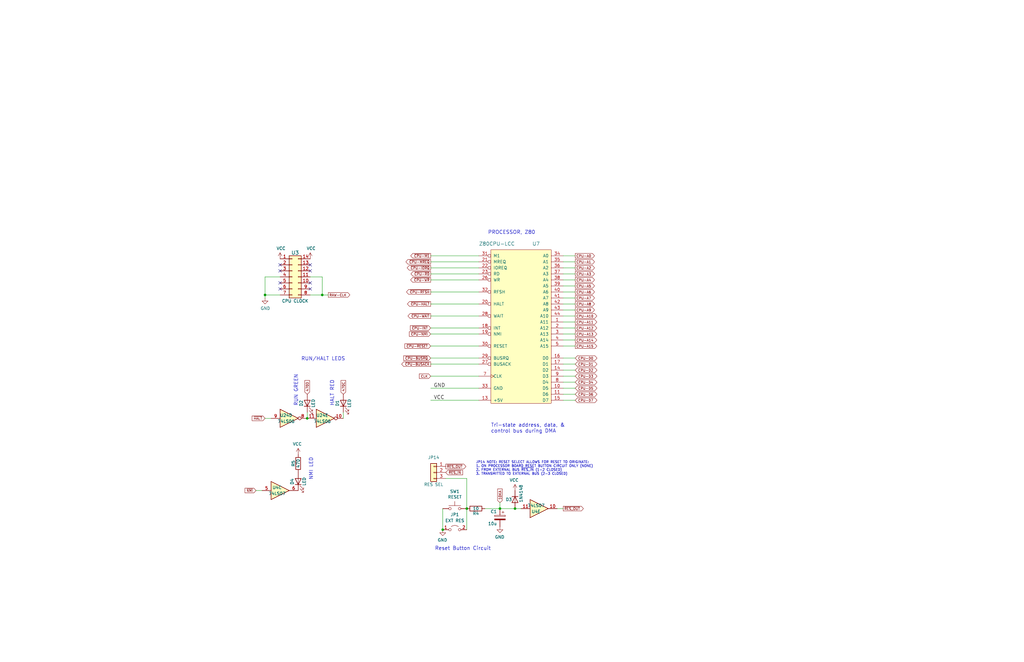
<source format=kicad_sch>
(kicad_sch (version 20211123) (generator eeschema)
  (paper "B")
  (lib_symbols
    (symbol "74xx:74LS06" (pin_names (offset 1.016))
      (property "Reference" "U" (at 0 1.27 0))
      (property "Value" "74LS06" (at 0 -1.27 0))
      (symbol "74LS06_1_0"
        (polyline (pts (xy -3.81 3.81) (xy -3.81 -3.81) (xy 3.81 0) (xy -3.81 3.81)) (stroke (width 0.254)) (fill (type background)))
        (pin input line (at -7.62 0 0) (length 3.81) (name "~") (number "1"))
        (pin open_collector inverted (at 7.62 0 180) (length 3.81) (name "~") (number "2"))
      )
      (symbol "74LS06_2_0"
        (polyline (pts (xy -3.81 3.81) (xy -3.81 -3.81) (xy 3.81 0) (xy -3.81 3.81)) (stroke (width 0.254)) (fill (type background)))
        (pin input line (at -7.62 0 0) (length 3.81) (name "~") (number "3"))
        (pin open_collector inverted (at 7.62 0 180) (length 3.81) (name "~") (number "4"))
      )
      (symbol "74LS06_3_0"
        (polyline (pts (xy -3.81 3.81) (xy -3.81 -3.81) (xy 3.81 0) (xy -3.81 3.81)) (stroke (width 0.254)) (fill (type background)))
        (pin input line (at -7.62 0 0) (length 3.81) (name "~") (number "5"))
        (pin open_collector inverted (at 7.62 0 180) (length 3.81) (name "~") (number "6"))
      )
      (symbol "74LS06_4_0"
        (polyline (pts (xy -3.81 3.81) (xy -3.81 -3.81) (xy 3.81 0) (xy -3.81 3.81)) (stroke (width 0.254)) (fill (type background)))
        (pin open_collector inverted (at 7.62 0 180) (length 3.81) (name "~") (number "8"))
        (pin input line (at -7.62 0 0) (length 3.81) (name "~") (number "9"))
      )
      (symbol "74LS06_5_0"
        (polyline (pts (xy -3.81 3.81) (xy -3.81 -3.81) (xy 3.81 0) (xy -3.81 3.81)) (stroke (width 0.254)) (fill (type background)))
        (pin open_collector inverted (at 7.62 0 180) (length 3.81) (name "~") (number "10"))
        (pin input line (at -7.62 0 0) (length 3.81) (name "~") (number "11"))
      )
      (symbol "74LS06_6_0"
        (polyline (pts (xy -3.81 3.81) (xy -3.81 -3.81) (xy 3.81 0) (xy -3.81 3.81)) (stroke (width 0.254)) (fill (type background)))
        (pin open_collector inverted (at 7.62 0 180) (length 3.81) (name "~") (number "12"))
        (pin input line (at -7.62 0 0) (length 3.81) (name "~") (number "13"))
      )
      (symbol "74LS06_7_0"
        (pin power_in line (at 0 12.7 270) (length 5.08) (name "VCC") (number "14"))
        (pin power_in line (at 0 -12.7 90) (length 5.08) (name "GND") (number "7"))
      )
      (symbol "74LS06_7_1"
        (rectangle (start -5.08 7.62) (end 5.08 -7.62) (stroke (width 0.254)) (fill (type background)))
      )
    )
    (symbol "74xx:74LS07" (pin_names (offset 1.016))
      (property "Reference" "U" (at 0 1.27 0))
      (property "Value" "74LS07" (at 0 -1.27 0))
      (symbol "74LS07_1_0"
        (polyline (pts (xy -3.81 3.81) (xy -3.81 -3.81) (xy 3.81 0) (xy -3.81 3.81)) (stroke (width 0.254)) (fill (type background)))
        (pin input line (at -7.62 0 0) (length 3.81) (name "~") (number "1"))
        (pin open_collector line (at 7.62 0 180) (length 3.81) (name "~") (number "2"))
      )
      (symbol "74LS07_2_0"
        (polyline (pts (xy -3.81 3.81) (xy -3.81 -3.81) (xy 3.81 0) (xy -3.81 3.81)) (stroke (width 0.254)) (fill (type background)))
        (pin input line (at -7.62 0 0) (length 3.81) (name "~") (number "3"))
        (pin open_collector line (at 7.62 0 180) (length 3.81) (name "~") (number "4"))
      )
      (symbol "74LS07_3_0"
        (polyline (pts (xy -3.81 3.81) (xy -3.81 -3.81) (xy 3.81 0) (xy -3.81 3.81)) (stroke (width 0.254)) (fill (type background)))
        (pin input line (at -7.62 0 0) (length 3.81) (name "~") (number "5"))
        (pin open_collector line (at 7.62 0 180) (length 3.81) (name "~") (number "6"))
      )
      (symbol "74LS07_4_0"
        (polyline (pts (xy -3.81 3.81) (xy -3.81 -3.81) (xy 3.81 0) (xy -3.81 3.81)) (stroke (width 0.254)) (fill (type background)))
        (pin open_collector line (at 7.62 0 180) (length 3.81) (name "~") (number "8"))
        (pin input line (at -7.62 0 0) (length 3.81) (name "~") (number "9"))
      )
      (symbol "74LS07_5_0"
        (polyline (pts (xy -3.81 3.81) (xy -3.81 -3.81) (xy 3.81 0) (xy -3.81 3.81)) (stroke (width 0.254)) (fill (type background)))
        (pin open_collector line (at 7.62 0 180) (length 3.81) (name "~") (number "10"))
        (pin input line (at -7.62 0 0) (length 3.81) (name "~") (number "11"))
      )
      (symbol "74LS07_6_0"
        (polyline (pts (xy -3.81 3.81) (xy -3.81 -3.81) (xy 3.81 0) (xy -3.81 3.81)) (stroke (width 0.254)) (fill (type background)))
        (pin open_collector line (at 7.62 0 180) (length 3.81) (name "~") (number "12"))
        (pin input line (at -7.62 0 0) (length 3.81) (name "~") (number "13"))
      )
      (symbol "74LS07_7_0"
        (pin power_in line (at 0 12.7 270) (length 5.08) (name "VCC") (number "14"))
        (pin power_in line (at 0 -12.7 90) (length 5.08) (name "GND") (number "7"))
      )
      (symbol "74LS07_7_1"
        (rectangle (start -5.08 7.62) (end 5.08 -7.62) (stroke (width 0.254)) (fill (type background)))
      )
    )
    (symbol "Connector_Generic:Conn_01x03" (pin_names (offset 1.016) hide)
      (property "Reference" "J" (at 0 5.08 0))
      (property "Value" "Conn_01x03" (at 0 -5.08 0))
      (symbol "Conn_01x03_1_1"
        (rectangle (start -1.27 -2.413) (end 0 -2.667) (stroke (width 0.1524)))
        (rectangle (start -1.27 0.127) (end 0 -0.127) (stroke (width 0.1524)))
        (rectangle (start -1.27 2.667) (end 0 2.413) (stroke (width 0.1524)))
        (rectangle (start -1.27 3.81) (end 1.27 -3.81) (stroke (width 0.254)) (fill (type background)))
        (pin passive line (at -5.08 2.54 0) (length 3.81) (name "Pin_1") (number "1"))
        (pin passive line (at -5.08 0 0) (length 3.81) (name "Pin_2") (number "2"))
        (pin passive line (at -5.08 -2.54 0) (length 3.81) (name "Pin_3") (number "3"))
      )
    )
    (symbol "Connector_Generic:Conn_02x07_Counter_Clockwise" (pin_names (offset 1.016) hide)
      (property "Reference" "J" (at 1.27 10.16 0))
      (property "Value" "Conn_02x07_Counter_Clockwise" (at 1.27 -10.16 0))
      (symbol "Conn_02x07_Counter_Clockwise_1_1"
        (rectangle (start -1.27 -7.493) (end 0 -7.747) (stroke (width 0.1524)))
        (rectangle (start -1.27 -4.953) (end 0 -5.207) (stroke (width 0.1524)))
        (rectangle (start -1.27 -2.413) (end 0 -2.667) (stroke (width 0.1524)))
        (rectangle (start -1.27 0.127) (end 0 -0.127) (stroke (width 0.1524)))
        (rectangle (start -1.27 2.667) (end 0 2.413) (stroke (width 0.1524)))
        (rectangle (start -1.27 5.207) (end 0 4.953) (stroke (width 0.1524)))
        (rectangle (start -1.27 7.747) (end 0 7.493) (stroke (width 0.1524)))
        (rectangle (start -1.27 8.89) (end 3.81 -8.89) (stroke (width 0.254)) (fill (type background)))
        (rectangle (start 3.81 -7.493) (end 2.54 -7.747) (stroke (width 0.1524)))
        (rectangle (start 3.81 -4.953) (end 2.54 -5.207) (stroke (width 0.1524)))
        (rectangle (start 3.81 -2.413) (end 2.54 -2.667) (stroke (width 0.1524)))
        (rectangle (start 3.81 0.127) (end 2.54 -0.127) (stroke (width 0.1524)))
        (rectangle (start 3.81 2.667) (end 2.54 2.413) (stroke (width 0.1524)))
        (rectangle (start 3.81 5.207) (end 2.54 4.953) (stroke (width 0.1524)))
        (rectangle (start 3.81 7.747) (end 2.54 7.493) (stroke (width 0.1524)))
        (pin passive line (at -5.08 7.62 0) (length 3.81) (name "Pin_1") (number "1"))
        (pin passive line (at 7.62 -2.54 180) (length 3.81) (name "Pin_10") (number "10"))
        (pin passive line (at 7.62 0 180) (length 3.81) (name "Pin_11") (number "11"))
        (pin passive line (at 7.62 2.54 180) (length 3.81) (name "Pin_12") (number "12"))
        (pin passive line (at 7.62 5.08 180) (length 3.81) (name "Pin_13") (number "13"))
        (pin passive line (at 7.62 7.62 180) (length 3.81) (name "Pin_14") (number "14"))
        (pin passive line (at -5.08 5.08 0) (length 3.81) (name "Pin_2") (number "2"))
        (pin passive line (at -5.08 2.54 0) (length 3.81) (name "Pin_3") (number "3"))
        (pin passive line (at -5.08 0 0) (length 3.81) (name "Pin_4") (number "4"))
        (pin passive line (at -5.08 -2.54 0) (length 3.81) (name "Pin_5") (number "5"))
        (pin passive line (at -5.08 -5.08 0) (length 3.81) (name "Pin_6") (number "6"))
        (pin passive line (at -5.08 -7.62 0) (length 3.81) (name "Pin_7") (number "7"))
        (pin passive line (at 7.62 -7.62 180) (length 3.81) (name "Pin_8") (number "8"))
        (pin passive line (at 7.62 -5.08 180) (length 3.81) (name "Pin_9") (number "9"))
      )
    )
    (symbol "Device:C_Polarized" (pin_numbers hide) (pin_names (offset 0.254))
      (property "Reference" "C" (at 0.635 2.54 0))
      (property "Value" "C_Polarized" (at 0.635 -2.54 0))
      (symbol "C_Polarized_0_1"
        (rectangle (start -2.286 0.508) (end 2.286 1.016))
        (polyline (pts (xy -1.778 2.286) (xy -0.762 2.286)))
        (polyline (pts (xy -1.27 2.794) (xy -1.27 1.778)))
        (rectangle (start 2.286 -0.508) (end -2.286 -1.016) (fill (type outline)))
      )
      (symbol "C_Polarized_1_1"
        (pin passive line (at 0 3.81 270) (length 2.794) (name "~") (number "1"))
        (pin passive line (at 0 -3.81 90) (length 2.794) (name "~") (number "2"))
      )
    )
    (symbol "Device:LED" (pin_numbers hide) (pin_names (offset 1.016) hide)
      (property "Reference" "D" (at 0 2.54 0))
      (property "Value" "LED" (at 0 -2.54 0))
      (symbol "LED_0_1"
        (polyline (pts (xy -1.27 -1.27) (xy -1.27 1.27)) (stroke (width 0.254)))
        (polyline (pts (xy -1.27 0) (xy 1.27 0)))
        (polyline (pts (xy 1.27 -1.27) (xy 1.27 1.27) (xy -1.27 0) (xy 1.27 -1.27)) (stroke (width 0.254)))
        (polyline (pts (xy -3.048 -0.762) (xy -4.572 -2.286) (xy -3.81 -2.286) (xy -4.572 -2.286) (xy -4.572 -1.524)))
        (polyline (pts (xy -1.778 -0.762) (xy -3.302 -2.286) (xy -2.54 -2.286) (xy -3.302 -2.286) (xy -3.302 -1.524)))
      )
      (symbol "LED_1_1"
        (pin passive line (at -3.81 0 0) (length 2.54) (name "K") (number "1"))
        (pin passive line (at 3.81 0 180) (length 2.54) (name "A") (number "2"))
      )
    )
    (symbol "Device:R" (pin_numbers hide) (pin_names (offset 0))
      (property "Reference" "R" (at 2.032 0 90))
      (property "Value" "R" (at 0 0 90))
      (symbol "R_0_1"
        (rectangle (start -1.016 -2.54) (end 1.016 2.54) (stroke (width 0.254)))
      )
      (symbol "R_1_1"
        (pin passive line (at 0 3.81 270) (length 1.27) (name "~") (number "1"))
        (pin passive line (at 0 -3.81 90) (length 1.27) (name "~") (number "2"))
      )
    )
    (symbol "Diode:1N4148" (pin_numbers hide) (pin_names hide)
      (property "Reference" "D" (at 0 2.54 0))
      (property "Value" "1N4148" (at 0 -2.54 0))
      (symbol "1N4148_0_1"
        (polyline (pts (xy -1.27 1.27) (xy -1.27 -1.27)) (stroke (width 0.254)))
        (polyline (pts (xy 1.27 0) (xy -1.27 0)))
        (polyline (pts (xy 1.27 1.27) (xy 1.27 -1.27) (xy -1.27 0) (xy 1.27 1.27)) (stroke (width 0.254)))
      )
      (symbol "1N4148_1_1"
        (pin passive line (at -3.81 0 0) (length 2.54) (name "K") (number "1"))
        (pin passive line (at 3.81 0 180) (length 2.54) (name "A") (number "2"))
      )
    )
    (symbol "Jumper:Jumper_2_Open" (pin_names (offset 0) hide)
      (property "Reference" "JP" (at 0 2.794 0))
      (property "Value" "Jumper_2_Open" (at 0 -2.286 0))
      (symbol "Jumper_2_Open_0_0"
        (circle (center -2.032 0) (radius 0.508))
        (circle (center 2.032 0) (radius 0.508))
      )
      (symbol "Jumper_2_Open_0_1"
        (arc (start 1.524 1.27) (mid 0 1.778) (end -1.524 1.27))
      )
      (symbol "Jumper_2_Open_1_1"
        (pin passive line (at -5.08 0 0) (length 2.54) (name "A") (number "1"))
        (pin passive line (at 5.08 0 180) (length 2.54) (name "B") (number "2"))
      )
    )
    (symbol "Switch:SW_Push" (pin_numbers hide) (pin_names (offset 1.016) hide)
      (property "Reference" "SW" (at 1.27 2.54 0))
      (property "Value" "SW_Push" (at 0 -1.524 0))
      (symbol "SW_Push_0_1"
        (circle (center -2.032 0) (radius 0.508))
        (polyline (pts (xy 0 1.27) (xy 0 3.048)))
        (polyline (pts (xy 2.54 1.27) (xy -2.54 1.27)))
        (circle (center 2.032 0) (radius 0.508))
        (pin passive line (at -5.08 0 0) (length 2.54) (name "1") (number "1"))
        (pin passive line (at 5.08 0 180) (length 2.54) (name "2") (number "2"))
      )
    )
    (symbol "Zilog_z80:Z80CPU-LCC" (pin_names (offset 1.016))
      (property "Reference" "IC" (at 0 1.27 0))
      (property "Value" "Z80CPU-LCC" (at 12.7 1.27 0))
      (symbol "Z80CPU-LCC_0_0"
        (pin no_connect line (at 11.43 -67.31 90) (length 2.54) hide (name "NC") (number "12"))
        (pin no_connect line (at 13.97 -67.31 90) (length 2.54) hide (name "NC") (number "24"))
        (pin no_connect line (at 16.51 -67.31 90) (length 2.54) hide (name "NC") (number "25"))
        (pin output line (at 30.48 -20.32 180) (length 5.08) (name "A7") (number "41"))
        (pin output line (at 30.48 -22.86 180) (length 5.08) (name "A8") (number "42"))
        (pin output line (at 30.48 -25.4 180) (length 5.08) (name "A9") (number "43"))
        (pin output line (at 30.48 -27.94 180) (length 5.08) (name "A10") (number "44"))
        (pin no_connect line (at 8.89 -67.31 90) (length 2.54) hide (name "NC") (number "6"))
      )
      (symbol "Z80CPU-LCC_1_0"
        (rectangle (start -1.27 -50.8) (end -1.27 -50.8))
        (rectangle (start 0 0) (end 25.4 -64.77) (fill (type background)))
        (pin output line (at 30.48 -30.48 180) (length 5.08) (name "A11") (number "1"))
        (pin bidirectional line (at 30.48 -58.42 180) (length 5.08) (name "D5") (number "10"))
        (pin bidirectional line (at 30.48 -60.96 180) (length 5.08) (name "D6") (number "11"))
        (pin power_in line (at -5.08 -63.5 0) (length 5.08) (name "+5V") (number "13"))
        (pin bidirectional line (at 30.48 -50.8 180) (length 5.08) (name "D2") (number "14"))
        (pin bidirectional line (at 30.48 -63.5 180) (length 5.08) (name "D7") (number "15"))
        (pin bidirectional line (at 30.48 -45.72 180) (length 5.08) (name "D0") (number "16"))
        (pin bidirectional line (at 30.48 -48.26 180) (length 5.08) (name "D1") (number "17"))
        (pin input inverted (at -5.08 -33.02 0) (length 5.08) (name "INT") (number "18"))
        (pin input inverted (at -5.08 -35.56 0) (length 5.08) (name "NMI") (number "19"))
        (pin output line (at 30.48 -33.02 180) (length 5.08) (name "A12") (number "2"))
        (pin output inverted (at -5.08 -22.86 0) (length 5.08) (name "HALT") (number "20"))
        (pin output inverted (at -5.08 -5.08 0) (length 5.08) (name "MREQ") (number "21"))
        (pin output inverted (at -5.08 -7.62 0) (length 5.08) (name "IOREQ") (number "22"))
        (pin output inverted (at -5.08 -10.16 0) (length 5.08) (name "RD") (number "23"))
        (pin output inverted (at -5.08 -12.7 0) (length 5.08) (name "WR") (number "26"))
        (pin output inverted (at -5.08 -48.26 0) (length 5.08) (name "BUSACK") (number "27"))
        (pin input inverted (at -5.08 -27.94 0) (length 5.08) (name "WAIT") (number "28"))
        (pin input inverted (at -5.08 -45.72 0) (length 5.08) (name "BUSRQ") (number "29"))
        (pin output line (at 30.48 -35.56 180) (length 5.08) (name "A13") (number "3"))
        (pin input inverted (at -5.08 -40.64 0) (length 5.08) (name "RESET") (number "30"))
        (pin output inverted (at -5.08 -2.54 0) (length 5.08) (name "M1") (number "31"))
        (pin output inverted (at -5.08 -17.78 0) (length 5.08) (name "RFSH") (number "32"))
        (pin power_in line (at -5.08 -58.42 0) (length 5.08) (name "GND") (number "33"))
        (pin output line (at 30.48 -2.54 180) (length 5.08) (name "A0") (number "34"))
        (pin output line (at 30.48 -5.08 180) (length 5.08) (name "A1") (number "35"))
        (pin output line (at 30.48 -7.62 180) (length 5.08) (name "A2") (number "36"))
        (pin output line (at 30.48 -10.16 180) (length 5.08) (name "A3") (number "37"))
        (pin output line (at 30.48 -12.7 180) (length 5.08) (name "A4") (number "38"))
        (pin output line (at 30.48 -15.24 180) (length 5.08) (name "A5") (number "39"))
        (pin output line (at 30.48 -38.1 180) (length 5.08) (name "A14") (number "4"))
        (pin output line (at 30.48 -17.78 180) (length 5.08) (name "A6") (number "40"))
        (pin output line (at 30.48 -40.64 180) (length 5.08) (name "A15") (number "5"))
        (pin input clock (at -5.08 -53.34 0) (length 5.08) (name "CLK") (number "7"))
        (pin bidirectional line (at 30.48 -55.88 180) (length 5.08) (name "D4") (number "8"))
        (pin bidirectional line (at 30.48 -53.34 180) (length 5.08) (name "D3") (number "9"))
      )
    )
    (symbol "power:GND" (power) (pin_names (offset 0))
      (property "Value" "GND" (at 0 -3.81 0))
      (symbol "GND_0_1"
        (polyline (pts (xy 0 0) (xy 0 -1.27) (xy 1.27 -1.27) (xy 0 -2.54) (xy -1.27 -1.27) (xy 0 -1.27)))
      )
      (symbol "GND_1_1"
        (pin power_in line (at 0 0 270) (length 0) hide (name "GND") (number "1"))
      )
    )
    (symbol "power:VCC" (power) (pin_names (offset 0))
      (property "Value" "VCC" (at 0 3.81 0))
      (symbol "VCC_0_1"
        (polyline (pts (xy -0.762 1.27) (xy 0 2.54)))
        (polyline (pts (xy 0 0) (xy 0 2.54)))
        (polyline (pts (xy 0 2.54) (xy 0.762 1.27)))
      )
      (symbol "VCC_1_1"
        (pin power_in line (at 0 0 90) (length 0) hide (name "VCC") (number "1"))
      )
    )
  )
  (junction (at 196.85 214.63))
  (junction (at 186.69 223.52))
  (junction (at 210.82 214.63))
  (junction (at 129.54 176.53))
  (junction (at 135.89 124.46))
  (junction (at 111.76 124.46))
  (junction (at 217.17 214.63))
  (no_connect (at 118.11 119.38))
  (no_connect (at 118.11 111.76))
  (no_connect (at 130.81 111.76))
  (no_connect (at 130.81 121.92))
  (no_connect (at 118.11 121.92))
  (no_connect (at 130.81 114.3))
  (no_connect (at 130.81 119.38))
  (no_connect (at 118.11 114.3))
  (wire (pts (xy 181.61 153.67) (xy 201.93 153.67)))
  (wire (pts (xy 181.61 140.97) (xy 201.93 140.97)))
  (wire (pts (xy 237.49 118.11) (xy 242.57 118.11)))
  (wire (pts (xy 111.76 176.53) (xy 114.3 176.53)))
  (wire (pts (xy 144.78 173.99) (xy 144.78 176.53)))
  (wire (pts (xy 237.49 130.81) (xy 242.57 130.81)))
  (wire (pts (xy 237.49 113.03) (xy 242.57 113.03)))
  (wire (pts (xy 237.49 153.67) (xy 242.57 153.67)))
  (wire (pts (xy 237.49 151.13) (xy 242.57 151.13)))
  (wire (pts (xy 111.76 125.73) (xy 111.76 124.46)))
  (wire (pts (xy 237.49 156.21) (xy 242.57 156.21)))
  (wire (pts (xy 237.49 110.49) (xy 242.57 110.49)))
  (wire (pts (xy 237.49 115.57) (xy 242.57 115.57)))
  (wire (pts (xy 110.49 207.01) (xy 107.95 207.01)))
  (wire (pts (xy 181.61 163.83) (xy 201.93 163.83)))
  (wire (pts (xy 237.49 161.29) (xy 242.57 161.29)))
  (wire (pts (xy 237.49 123.19) (xy 242.57 123.19)))
  (wire (pts (xy 237.49 128.27) (xy 242.57 128.27)))
  (wire (pts (xy 129.54 173.99) (xy 129.54 176.53)))
  (wire (pts (xy 196.85 214.63) (xy 196.85 223.52)))
  (wire (pts (xy 237.49 135.89) (xy 242.57 135.89)))
  (wire (pts (xy 201.93 128.27) (xy 181.61 128.27)))
  (wire (pts (xy 237.49 158.75) (xy 242.57 158.75)))
  (wire (pts (xy 118.11 116.84) (xy 111.76 116.84)))
  (wire (pts (xy 201.93 107.95) (xy 181.61 107.95)))
  (wire (pts (xy 210.82 214.63) (xy 204.47 214.63)))
  (wire (pts (xy 196.85 201.93) (xy 196.85 214.63)))
  (wire (pts (xy 135.89 124.46) (xy 138.43 124.46)))
  (wire (pts (xy 181.61 151.13) (xy 201.93 151.13)))
  (wire (pts (xy 237.49 125.73) (xy 242.57 125.73)))
  (wire (pts (xy 210.82 214.63) (xy 210.82 212.09)))
  (wire (pts (xy 111.76 124.46) (xy 118.11 124.46)))
  (wire (pts (xy 237.49 146.05) (xy 242.57 146.05)))
  (wire (pts (xy 181.61 133.35) (xy 201.93 133.35)))
  (wire (pts (xy 181.61 158.75) (xy 201.93 158.75)))
  (wire (pts (xy 181.61 146.05) (xy 201.93 146.05)))
  (wire (pts (xy 237.49 143.51) (xy 242.57 143.51)))
  (wire (pts (xy 217.17 214.63) (xy 210.82 214.63)))
  (wire (pts (xy 237.49 214.63) (xy 234.95 214.63)))
  (wire (pts (xy 181.61 118.11) (xy 201.93 118.11)))
  (wire (pts (xy 196.85 201.93) (xy 187.96 201.93)))
  (wire (pts (xy 181.61 168.91) (xy 201.93 168.91)))
  (wire (pts (xy 181.61 115.57) (xy 201.93 115.57)))
  (wire (pts (xy 135.89 116.84) (xy 135.89 124.46)))
  (wire (pts (xy 201.93 123.19) (xy 181.61 123.19)))
  (wire (pts (xy 186.69 214.63) (xy 186.69 223.52)))
  (wire (pts (xy 111.76 116.84) (xy 111.76 124.46)))
  (wire (pts (xy 181.61 138.43) (xy 201.93 138.43)))
  (wire (pts (xy 237.49 133.35) (xy 242.57 133.35)))
  (wire (pts (xy 135.89 124.46) (xy 130.81 124.46)))
  (wire (pts (xy 237.49 138.43) (xy 242.57 138.43)))
  (wire (pts (xy 237.49 166.37) (xy 242.57 166.37)))
  (wire (pts (xy 237.49 163.83) (xy 242.57 163.83)))
  (wire (pts (xy 181.61 110.49) (xy 201.93 110.49)))
  (wire (pts (xy 130.81 116.84) (xy 135.89 116.84)))
  (wire (pts (xy 237.49 107.95) (xy 242.57 107.95)))
  (wire (pts (xy 237.49 120.65) (xy 242.57 120.65)))
  (wire (pts (xy 237.49 168.91) (xy 242.57 168.91)))
  (wire (pts (xy 201.93 113.03) (xy 181.61 113.03)))
  (wire (pts (xy 237.49 140.97) (xy 242.57 140.97)))
  (wire (pts (xy 219.71 214.63) (xy 217.17 214.63)))
  (text "RUN GREEN" (at 125.73 171.45 90) (effects (font (size 1.524 1.524)) (justify left bottom)))
  (text "JP14 NOTE: RESET SELECT ALLOWS FOR RESET TO ORIGINATE:\n1. ON PROCESSOR BOARD RESET BUTTON CIRCUIT ONLY (NONE)\n2. FROM EXTERNAL BUS ~{RES_IN} (1-2 CLOSED)\n3. TRANSMITTED TO EXTERNAL BUS (2-3 CLOSED)" (at 200.66 200.66 0) (effects (font (size 1.016 1.016)) (justify left bottom)))
  (text "HALT RED" (at 140.97 171.45 90) (effects (font (size 1.524 1.524)) (justify left bottom)))
  (text "Reset Button Circuit" (at 207.01 232.41 180) (effects (font (size 1.524 1.524)) (justify right bottom)))
  (text "NMI LED" (at 132.08 193.04 270) (effects (font (size 1.524 1.524)) (justify right bottom)))
  (text "PROCESSOR, Z80" (at 205.74 99.06 0) (effects (font (size 1.524 1.524)) (justify left bottom)))
  (text "Tri-state address, data, & \ncontrol bus during DMA" (at 207.01 182.88 0) (effects (font (size 1.524 1.524)) (justify left bottom)))
  (text "RUN/HALT LEDS" (at 127 152.4 0) (effects (font (size 1.524 1.524)) (justify left bottom)))
  (label "GND" (at 182.88 163.83 0) (effects (font (size 1.524 1.524))))
  (label "VCC" (at 182.88 168.91 0) (effects (font (size 1.524 1.524))))
  (global_label "CPU-D5" (shape bidirectional) (at 242.57 163.83 0) (effects (font (size 1.016 1.016))) (property "Intersheet References" "${INTERSHEET_REFS}" (effects hide)))
  (global_label "10KA" (shape input) (at 210.82 212.09 90) (effects (font (size 1.016 1.016))) (property "Intersheet References" "${INTERSHEET_REFS}" (effects hide)))
  (global_label "~{CPU-BUSRQ}" (shape input) (at 181.61 151.13 180) (effects (font (size 1.016 1.016))) (property "Intersheet References" "${INTERSHEET_REFS}" (effects hide)))
  (global_label "CPU-A10" (shape output) (at 242.57 133.35 0) (effects (font (size 1.016 1.016))) (property "Intersheet References" "${INTERSHEET_REFS}" (effects hide)))
  (global_label "CPU-A15" (shape output) (at 242.57 146.05 0) (effects (font (size 1.016 1.016))) (property "Intersheet References" "${INTERSHEET_REFS}" (effects hide)))
  (global_label "~{CPU-BUSACK}" (shape output) (at 181.61 153.67 180) (effects (font (size 1.016 1.016))) (property "Intersheet References" "${INTERSHEET_REFS}" (effects hide)))
  (global_label "CPU-A2" (shape output) (at 242.57 113.03 0) (effects (font (size 1.016 1.016))) (property "Intersheet References" "${INTERSHEET_REFS}" (effects hide)))
  (global_label "CPU-A14" (shape output) (at 242.57 143.51 0) (effects (font (size 1.016 1.016))) (property "Intersheet References" "${INTERSHEET_REFS}" (effects hide)))
  (global_label "~{CPU-M1}" (shape output) (at 181.61 107.95 180) (effects (font (size 1.016 1.016))) (property "Intersheet References" "${INTERSHEET_REFS}" (effects hide)))
  (global_label "~{CPU-IORQ}" (shape output) (at 181.61 113.03 180) (effects (font (size 1.016 1.016))) (property "Intersheet References" "${INTERSHEET_REFS}" (effects hide)))
  (global_label "~{HALT}" (shape input) (at 111.76 176.53 180) (effects (font (size 1.016 1.016))) (property "Intersheet References" "${INTERSHEET_REFS}" (effects hide)))
  (global_label "CPU-A11" (shape output) (at 242.57 135.89 0) (effects (font (size 1.016 1.016))) (property "Intersheet References" "${INTERSHEET_REFS}" (effects hide)))
  (global_label "~{CPU-MREQ}" (shape output) (at 181.61 110.49 180) (effects (font (size 1.016 1.016))) (property "Intersheet References" "${INTERSHEET_REFS}" (effects hide)))
  (global_label "~{RES_OUT}" (shape output) (at 237.49 214.63 0) (effects (font (size 1.016 1.016))) (property "Intersheet References" "${INTERSHEET_REFS}" (effects hide)))
  (global_label "CPU-A9" (shape output) (at 242.57 130.81 0) (effects (font (size 1.016 1.016))) (property "Intersheet References" "${INTERSHEET_REFS}" (effects hide)))
  (global_label "CPU-A0" (shape output) (at 242.57 107.95 0) (effects (font (size 1.016 1.016))) (property "Intersheet References" "${INTERSHEET_REFS}" (effects hide)))
  (global_label "CPU-A7" (shape output) (at 242.57 125.73 0) (effects (font (size 1.016 1.016))) (property "Intersheet References" "${INTERSHEET_REFS}" (effects hide)))
  (global_label "~{CPU-RFSH}" (shape output) (at 181.61 123.19 180) (effects (font (size 1.016 1.016))) (property "Intersheet References" "${INTERSHEET_REFS}" (effects hide)))
  (global_label "~{CPU-WR}" (shape output) (at 181.61 118.11 180) (effects (font (size 1.016 1.016))) (property "Intersheet References" "${INTERSHEET_REFS}" (effects hide)))
  (global_label "CPU-A6" (shape output) (at 242.57 123.19 0) (effects (font (size 1.016 1.016))) (property "Intersheet References" "${INTERSHEET_REFS}" (effects hide)))
  (global_label "CPU-D2" (shape bidirectional) (at 242.57 156.21 0) (effects (font (size 1.016 1.016))) (property "Intersheet References" "${INTERSHEET_REFS}" (effects hide)))
  (global_label "~{CPU-INT}" (shape input) (at 181.61 138.43 180) (effects (font (size 1.016 1.016))) (property "Intersheet References" "${INTERSHEET_REFS}" (effects hide)))
  (global_label "~{CPU-RESET}" (shape input) (at 181.61 146.05 180) (effects (font (size 1.016 1.016))) (property "Intersheet References" "${INTERSHEET_REFS}" (effects hide)))
  (global_label "CPU-A8" (shape output) (at 242.57 128.27 0) (effects (font (size 1.016 1.016))) (property "Intersheet References" "${INTERSHEET_REFS}" (effects hide)))
  (global_label "~{RES_IN}" (shape input) (at 187.96 199.39 0) (effects (font (size 1.016 1.016))) (property "Intersheet References" "${INTERSHEET_REFS}" (effects hide)))
  (global_label "CPU-A4" (shape output) (at 242.57 118.11 0) (effects (font (size 1.016 1.016))) (property "Intersheet References" "${INTERSHEET_REFS}" (effects hide)))
  (global_label "~{NMI}" (shape input) (at 107.95 207.01 180) (effects (font (size 1.016 1.016))) (property "Intersheet References" "${INTERSHEET_REFS}" (effects hide)))
  (global_label "~{CPU-RD}" (shape output) (at 181.61 115.57 180) (effects (font (size 1.016 1.016))) (property "Intersheet References" "${INTERSHEET_REFS}" (effects hide)))
  (global_label "470D" (shape input) (at 129.54 166.37 90) (effects (font (size 1.016 1.016))) (property "Intersheet References" "${INTERSHEET_REFS}" (effects hide)))
  (global_label "CPU-A13" (shape output) (at 242.57 140.97 0) (effects (font (size 1.016 1.016))) (property "Intersheet References" "${INTERSHEET_REFS}" (effects hide)))
  (global_label "~{RES_OUT}" (shape output) (at 187.96 196.85 0) (effects (font (size 1.016 1.016))) (property "Intersheet References" "${INTERSHEET_REFS}" (effects hide)))
  (global_label "CPU-D4" (shape bidirectional) (at 242.57 161.29 0) (effects (font (size 1.016 1.016))) (property "Intersheet References" "${INTERSHEET_REFS}" (effects hide)))
  (global_label "CPU-A3" (shape output) (at 242.57 115.57 0) (effects (font (size 1.016 1.016))) (property "Intersheet References" "${INTERSHEET_REFS}" (effects hide)))
  (global_label "~{CPU-HALT}" (shape output) (at 181.61 128.27 180) (effects (font (size 1.016 1.016))) (property "Intersheet References" "${INTERSHEET_REFS}" (effects hide)))
  (global_label "CPU-D1" (shape bidirectional) (at 242.57 153.67 0) (effects (font (size 1.016 1.016))) (property "Intersheet References" "${INTERSHEET_REFS}" (effects hide)))
  (global_label "CPU-A5" (shape output) (at 242.57 120.65 0) (effects (font (size 1.016 1.016))) (property "Intersheet References" "${INTERSHEET_REFS}" (effects hide)))
  (global_label "CPU-D7" (shape bidirectional) (at 242.57 168.91 0) (effects (font (size 1.016 1.016))) (property "Intersheet References" "${INTERSHEET_REFS}" (effects hide)))
  (global_label "CPU-D0" (shape bidirectional) (at 242.57 151.13 0) (effects (font (size 1.016 1.016))) (property "Intersheet References" "${INTERSHEET_REFS}" (effects hide)))
  (global_label "~{CPU-WAIT}" (shape output) (at 181.61 133.35 180) (effects (font (size 1.016 1.016))) (property "Intersheet References" "${INTERSHEET_REFS}" (effects hide)))
  (global_label "RAW-CLK" (shape output) (at 138.43 124.46 0) (effects (font (size 1.016 1.016))) (property "Intersheet References" "${INTERSHEET_REFS}" (effects hide)))
  (global_label "CLK" (shape input) (at 181.61 158.75 180) (effects (font (size 1.016 1.016))) (property "Intersheet References" "${INTERSHEET_REFS}" (effects hide)))
  (global_label "CPU-A1" (shape output) (at 242.57 110.49 0) (effects (font (size 1.016 1.016))) (property "Intersheet References" "${INTERSHEET_REFS}" (effects hide)))
  (global_label "~{CPU-NMI}" (shape input) (at 181.61 140.97 180) (effects (font (size 1.016 1.016))) (property "Intersheet References" "${INTERSHEET_REFS}" (effects hide)))
  (global_label "CPU-D3" (shape bidirectional) (at 242.57 158.75 0) (effects (font (size 1.016 1.016))) (property "Intersheet References" "${INTERSHEET_REFS}" (effects hide)))
  (global_label "470C" (shape input) (at 144.78 166.37 90) (effects (font (size 1.016 1.016))) (property "Intersheet References" "${INTERSHEET_REFS}" (effects hide)))
  (global_label "CPU-A12" (shape output) (at 242.57 138.43 0) (effects (font (size 1.016 1.016))) (property "Intersheet References" "${INTERSHEET_REFS}" (effects hide)))
  (global_label "CPU-D6" (shape bidirectional) (at 242.57 166.37 0) (effects (font (size 1.016 1.016))) (property "Intersheet References" "${INTERSHEET_REFS}" (effects hide)))
  (symbol (lib_id "Connector_Generic:Conn_02x07_Counter_Clockwise") (at 123.19 116.84 0) (unit 1)
    (property "Reference" "U3" (at 124.46 106.68 0) (effects (font (size 1.524 1.524))))
    (property "Value" "CPU CLOCK" (at 124.46 127 0))
    (property "Footprint" "Package_DIP:DIP-14_W7.62mm" (effects hide))
  )
  (symbol (lib_id "power:GND") (at 111.76 125.73 0) (unit 1)
    (property "Reference" "#PWR0148" (effects hide))
    (property "Value" "GND" (at 111.887 130.1242 0))
  )
  (symbol (lib_id "power:VCC") (at 118.11 109.22 0) (unit 1)
    (property "Reference" "#PWR0149" (effects hide))
    (property "Value" "VCC" (at 118.491 104.8258 0))
  )
  (symbol (lib_id "power:VCC") (at 130.81 109.22 0) (unit 1)
    (property "Reference" "#PWR0150" (effects hide))
    (property "Value" "VCC" (at 131.191 104.8258 0))
  )
  (symbol (lib_id "Zilog_z80:Z80CPU-LCC") (at 207.01 105.41 0) (unit 1)
    (property "Reference" "U7" (at 226.06 102.87 0) (effects (font (size 1.4986 1.4986))))
    (property "Value" "Z80CPU-LCC" (at 209.55 102.87 0) (effects (font (size 1.4986 1.4986))))
    (property "Footprint" "Package_LCC:PLCC-44" (effects hide))
    (property "Datasheet" "https://www.mouser.co.uk/datasheet/2/450/ps0178-19386.pdf" (effects hide))
    (property "Manufacturer_Name" "Zilog" (effects hide))
    (property "Manufacturer_Part_Number" "Z84C00" (effects hide))
  )
  (symbol (lib_id "74xx:74LS07") (at 118.11 207.01 0) (unit 3)
    (property "Reference" "U4" (at 116.84 205.74 0))
    (property "Value" "74LS07" (at 116.84 208.28 0))
    (property "Footprint" "Package_DIP:DIP-14_W7.62mm" (effects hide))
    (property "Datasheet" "www.ti.com/lit/ds/symlink/sn74ls07.pdf" (effects hide))
  )
  (symbol (lib_id "Device:R") (at 125.73 195.58 180) (unit 1)
    (property "Reference" "R5" (at 123.698 195.58 90))
    (property "Value" "470" (at 125.73 195.58 90))
    (property "Footprint" "Resistor_THT:R_Axial_DIN0207_L6.3mm_D2.5mm_P7.62mm_Horizontal" (effects hide))
  )
  (symbol (lib_id "Device:LED") (at 125.73 203.2 90) (unit 1)
    (property "Reference" "D4" (at 123.19 203.2 0))
    (property "Value" "LED" (at 128.27 203.2 0))
    (property "Footprint" "LED_THT:LED_D3.0mm_Horizontal_O3.81mm_Z2.0mm" (effects hide))
  )
  (symbol (lib_id "Device:LED") (at 129.54 170.18 90) (unit 1)
    (property "Reference" "D2" (at 127 170.18 0))
    (property "Value" "LED" (at 132.08 170.18 0))
    (property "Footprint" "LED_THT:LED_D3.0mm_Horizontal_O3.81mm_Z2.0mm" (effects hide))
  )
  (symbol (lib_id "Device:LED") (at 144.78 170.18 90) (unit 1)
    (property "Reference" "D1" (at 142.24 170.18 0))
    (property "Value" "LED" (at 147.32 170.18 0))
    (property "Footprint" "LED_THT:LED_D3.0mm_Horizontal_O3.81mm_Z2.0mm" (effects hide))
  )
  (symbol (lib_id "power:VCC") (at 125.73 191.77 0) (mirror y) (unit 1)
    (property "Reference" "#PWR0154" (effects hide))
    (property "Value" "VCC" (at 125.349 187.3758 0))
  )
  (symbol (lib_id "74xx:74LS06") (at 137.16 176.53 0) (unit 5)
    (property "Reference" "U24" (at 135.89 175.26 0))
    (property "Value" "74LS06" (at 135.89 177.8 0))
    (property "Datasheet" "http://www.ti.com/lit/gpn/sn74LS06" (effects hide))
  )
  (symbol (lib_id "74xx:74LS06") (at 121.92 176.53 0) (unit 4)
    (property "Reference" "U24" (at 120.65 175.26 0))
    (property "Value" "74LS06" (at 120.65 177.8 0))
    (property "Datasheet" "http://www.ti.com/lit/gpn/sn74LS06" (effects hide))
  )
  (symbol (lib_id "74xx:74LS07") (at 227.33 214.63 0) (mirror x) (unit 5)
    (property "Reference" "U4" (at 226.06 215.9 0))
    (property "Value" "74LS07" (at 226.06 213.36 0))
    (property "Footprint" "Package_DIP:DIP-14_W7.62mm" (effects hide))
    (property "Datasheet" "www.ti.com/lit/ds/symlink/sn74ls07.pdf" (effects hide))
  )
  (symbol (lib_id "Device:R") (at 200.66 214.63 90) (mirror x) (unit 1)
    (property "Reference" "R4" (at 200.66 216.662 90))
    (property "Value" "10" (at 200.66 214.63 90))
    (property "Footprint" "Resistor_THT:R_Axial_DIN0207_L6.3mm_D2.5mm_P7.62mm_Horizontal" (effects hide))
  )
  (symbol (lib_id "Device:C_Polarized") (at 210.82 218.44 0) (mirror y) (unit 1)
    (property "Reference" "C1" (at 209.55 215.9 0) (effects (justify left)))
    (property "Value" "10u" (at 209.55 220.98 0) (effects (justify left)))
    (property "Footprint" "Capacitor_THT:CP_Radial_D5.0mm_P2.50mm" (effects hide))
  )
  (symbol (lib_id "Diode:1N4148") (at 217.17 210.82 90) (mirror x) (unit 1)
    (property "Reference" "D3" (at 215.9 210.82 90) (effects (justify left)))
    (property "Value" "1N4148" (at 219.71 204.47 0) (effects (justify left)))
    (property "Footprint" "Diode_THT:D_DO-35_SOD27_P7.62mm_Horizontal" (effects hide))
    (property "Datasheet" "https://assets.nexperia.com/documents/data-sheet/1N4148_1N4448.pdf" (effects hide))
  )
  (symbol (lib_id "power:GND") (at 210.82 222.25 0) (mirror y) (unit 1)
    (property "Reference" "#PWR0156" (effects hide))
    (property "Value" "GND" (at 210.693 226.6442 0))
  )
  (symbol (lib_id "power:VCC") (at 217.17 207.01 0) (mirror y) (unit 1)
    (property "Reference" "#PWR0158" (effects hide))
    (property "Value" "VCC" (at 216.789 202.6158 0))
  )
  (symbol (lib_id "power:GND") (at 186.69 223.52 0) (mirror y) (unit 1)
    (property "Reference" "#PWR0159" (effects hide))
    (property "Value" "GND" (at 186.563 227.9142 0))
  )
  (symbol (lib_id "Switch:SW_Push") (at 191.77 214.63 0) (mirror y) (unit 1)
    (property "Reference" "SW1" (at 191.77 207.391 0))
    (property "Value" "RESET" (at 191.77 209.7024 0))
    (property "Footprint" "Button_Switch_THT:SW_Tactile_SPST_Angled_PTS645Vx58-2LFS" (effects hide))
  )
  (symbol (lib_id "Connector_Generic:Conn_01x03") (at 182.88 199.39 0) (mirror y) (unit 1)
    (property "Reference" "JP14" (at 182.88 193.04 0))
    (property "Value" "RES SEL" (at 182.88 204.47 0))
    (property "Footprint" "Connector_PinHeader_2.54mm:PinHeader_1x03_P2.54mm_Vertical" (effects hide))
  )
  (symbol (lib_id "Jumper:Jumper_2_Open") (at 191.77 223.52 0) (unit 1)
    (property "Reference" "JP1" (at 191.77 217.17 0))
    (property "Value" "EXT RES" (at 191.77 219.71 0))
    (property "Footprint" "Connector_PinHeader_2.54mm:PinHeader_1x02_P2.54mm_Horizontal" (effects hide))
  )
)
</source>
